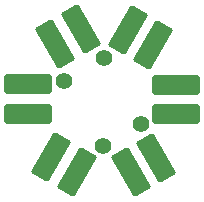
<source format=gbr>
%TF.GenerationSoftware,KiCad,Pcbnew,8.0.1*%
%TF.CreationDate,2024-03-26T23:53:38-06:00*%
%TF.ProjectId,Led_Board,4c65645f-426f-4617-9264-2e6b69636164,rev?*%
%TF.SameCoordinates,Original*%
%TF.FileFunction,Soldermask,Bot*%
%TF.FilePolarity,Negative*%
%FSLAX46Y46*%
G04 Gerber Fmt 4.6, Leading zero omitted, Abs format (unit mm)*
G04 Created by KiCad (PCBNEW 8.0.1) date 2024-03-26 23:53:38*
%MOMM*%
%LPD*%
G01*
G04 APERTURE LIST*
G04 Aperture macros list*
%AMRoundRect*
0 Rectangle with rounded corners*
0 $1 Rounding radius*
0 $2 $3 $4 $5 $6 $7 $8 $9 X,Y pos of 4 corners*
0 Add a 4 corners polygon primitive as box body*
4,1,4,$2,$3,$4,$5,$6,$7,$8,$9,$2,$3,0*
0 Add four circle primitives for the rounded corners*
1,1,$1+$1,$2,$3*
1,1,$1+$1,$4,$5*
1,1,$1+$1,$6,$7*
1,1,$1+$1,$8,$9*
0 Add four rect primitives between the rounded corners*
20,1,$1+$1,$2,$3,$4,$5,0*
20,1,$1+$1,$4,$5,$6,$7,0*
20,1,$1+$1,$6,$7,$8,$9,0*
20,1,$1+$1,$8,$9,$2,$3,0*%
G04 Aperture macros list end*
%ADD10RoundRect,0.170000X0.326103X-1.924826X1.503897X-1.244826X-0.326103X1.924826X-1.503897X1.244826X0*%
%ADD11RoundRect,0.170000X-1.830000X0.680000X-1.830000X-0.680000X1.830000X-0.680000X1.830000X0.680000X0*%
%ADD12RoundRect,0.170000X-0.326103X1.924826X-1.503897X1.244826X0.326103X-1.924826X1.503897X-1.244826X0*%
%ADD13RoundRect,0.170000X1.503897X1.244826X0.326103X1.924826X-1.503897X-1.244826X-0.326103X-1.924826X0*%
%ADD14RoundRect,0.170000X1.830000X-0.680000X1.830000X0.680000X-1.830000X0.680000X-1.830000X-0.680000X0*%
%ADD15RoundRect,0.170000X-1.503897X-1.244826X-0.326103X-1.924826X1.503897X1.244826X0.326103X1.924826X0*%
%ADD16C,1.400000*%
G04 APERTURE END LIST*
D10*
%TO.C,LED5*%
X151774834Y-85996585D03*
X149609770Y-87246585D03*
%TD*%
D11*
%TO.C,LED1*%
X140969415Y-79792584D03*
X140969415Y-82292584D03*
%TD*%
D12*
%TO.C,LED2*%
X143247615Y-76376799D03*
X145412679Y-75126799D03*
%TD*%
D13*
%TO.C,LED3*%
X149362179Y-75192256D03*
X151527243Y-76442256D03*
%TD*%
D14*
%TO.C,LED4*%
X153444988Y-82339092D03*
X153444988Y-79839092D03*
%TD*%
D15*
%TO.C,LED6*%
X142883293Y-85949873D03*
X145048357Y-87199873D03*
%TD*%
D16*
%TO.C,GND*%
X150495000Y-83185000D03*
%TD*%
%TO.C,ALL*%
X147345850Y-77588287D03*
%TD*%
%TO.C,HALF*%
X147319721Y-85040901D03*
%TD*%
%TO.C,OVP*%
X143967335Y-79491680D03*
%TD*%
M02*

</source>
